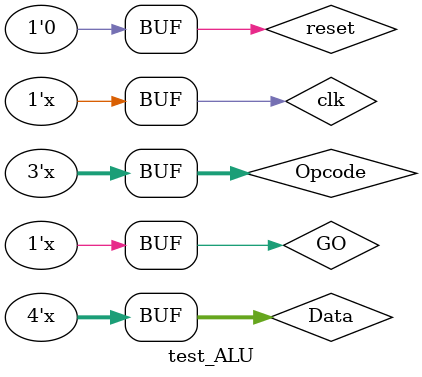
<source format=v>
`timescale 1ns / 1ps

module test_ALU;

	wire cout, borrow, led_idle, led_wait, led_rdy, led_done;
	wire [3:0] Result;
	
	reg clk, reset, GO;
	reg [3:0]Data;
	reg [2:0]Opcode;


	ALU testy(clk, reset, Data, Opcode, GO, cout, borrow, Result, led_idle, led_wait, led_rdy, led_done);

	initial
		begin
		
			clk <= 1'b0;
			reset <= 1'b0; 
			GO <= 1'b0;
			
			Data <= 4'b1111;
			Opcode <= 3'b000;
			#2450 reset <= 1'b1;
			#50 reset <= 1'b0;
		end
		
		
	always											//clock handling
		begin
			#10 clk <= ~clk;
		end
		
	always 
		begin
			#100 GO <= ~GO;
			#50 Data <= Data - 1;
		end
		
	always
		begin
			#300 Opcode <= Opcode + 1;
		end



endmodule

</source>
